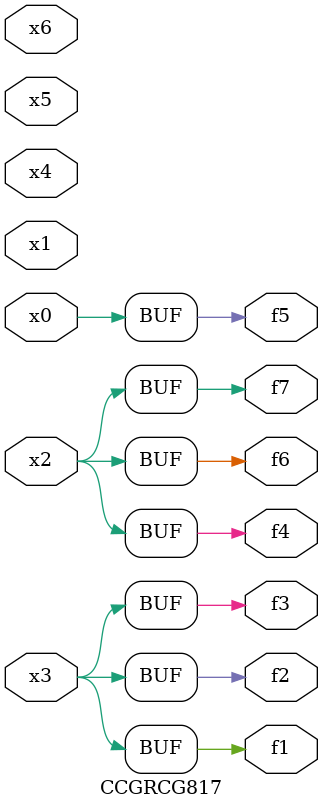
<source format=v>
module CCGRCG817(
	input x0, x1, x2, x3, x4, x5, x6,
	output f1, f2, f3, f4, f5, f6, f7
);
	assign f1 = x3;
	assign f2 = x3;
	assign f3 = x3;
	assign f4 = x2;
	assign f5 = x0;
	assign f6 = x2;
	assign f7 = x2;
endmodule

</source>
